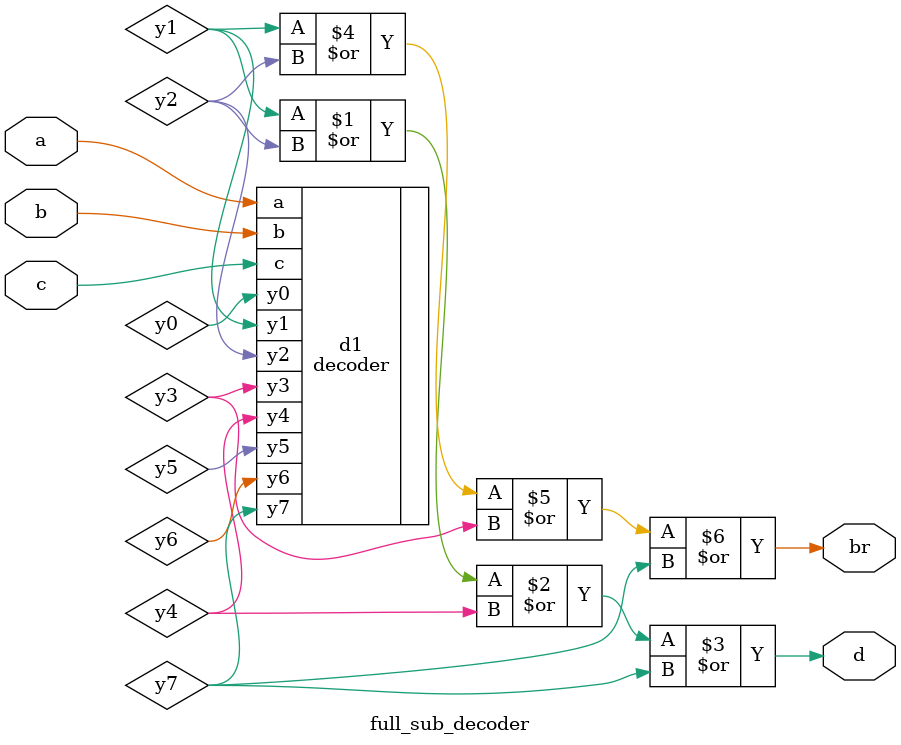
<source format=v>
module full_sub_decoder(a,b, c, d, br);
input a,b,c;
output d,br;
wire y0,y1, y2, y3, y4,y5,y6,y7;
decoder d1( .a(a),.b(b) ,.c (c),.y0(y0),.y1(y1),. y2(y2), .y3(y3),
.y4(y4),.y5(y5),.y6(y6),.y7(y7));
or or1(d, y1, y2,y4, y7); 
or or2(br, y1, y2,y3,y7);
endmodule

</source>
